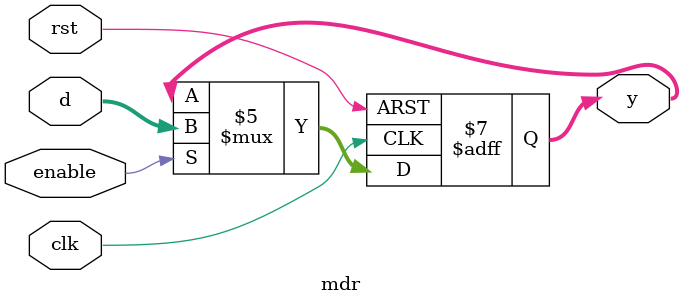
<source format=sv>
module mdr(rst, clk, enable, d, y);
	
	input logic clk, rst, enable;
	input logic[31:0] d;
	output logic[31:0] y;
	
	always@(posedge clk or posedge rst) begin
		if(rst == 1'b1) begin
			y = 32'b0;
		end
		else if(enable == 1'b1) begin
			y = d;
		end
	end
	
endmodule
</source>
